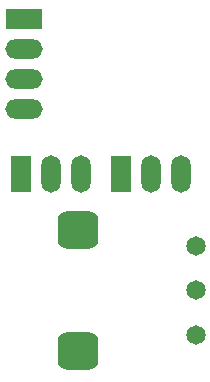
<source format=gbs>
G04*
G04 #@! TF.GenerationSoftware,Altium Limited,Altium Designer,21.6.4 (81)*
G04*
G04 Layer_Color=16711935*
%FSLAX25Y25*%
%MOIN*%
G70*
G04*
G04 #@! TF.SameCoordinates,6B608D9E-A8E0-47A2-ABE4-9162D6615288*
G04*
G04*
G04 #@! TF.FilePolarity,Negative*
G04*
G01*
G75*
%ADD25O,0.06528X0.12465*%
%ADD26R,0.06528X0.12465*%
%ADD27C,0.06496*%
G04:AMPARAMS|DCode=28|XSize=135.83mil|YSize=127.95mil|CornerRadius=33.47mil|HoleSize=0mil|Usage=FLASHONLY|Rotation=180.000|XOffset=0mil|YOffset=0mil|HoleType=Round|Shape=RoundedRectangle|*
%AMROUNDEDRECTD28*
21,1,0.13583,0.06102,0,0,180.0*
21,1,0.06890,0.12795,0,0,180.0*
1,1,0.06693,-0.03445,0.03051*
1,1,0.06693,0.03445,0.03051*
1,1,0.06693,0.03445,-0.03051*
1,1,0.06693,-0.03445,-0.03051*
%
%ADD28ROUNDEDRECTD28*%
%ADD29R,0.12465X0.06528*%
%ADD30O,0.12465X0.06528*%
D25*
X62500Y67000D02*
D03*
X52500D02*
D03*
X29000D02*
D03*
X19000D02*
D03*
D26*
X42500D02*
D03*
X9000D02*
D03*
D27*
X67370Y42843D02*
D03*
Y28079D02*
D03*
Y13315D02*
D03*
D28*
X28000Y48158D02*
D03*
Y8000D02*
D03*
D29*
X10000Y118500D02*
D03*
D30*
Y108500D02*
D03*
Y88500D02*
D03*
Y98500D02*
D03*
M02*

</source>
